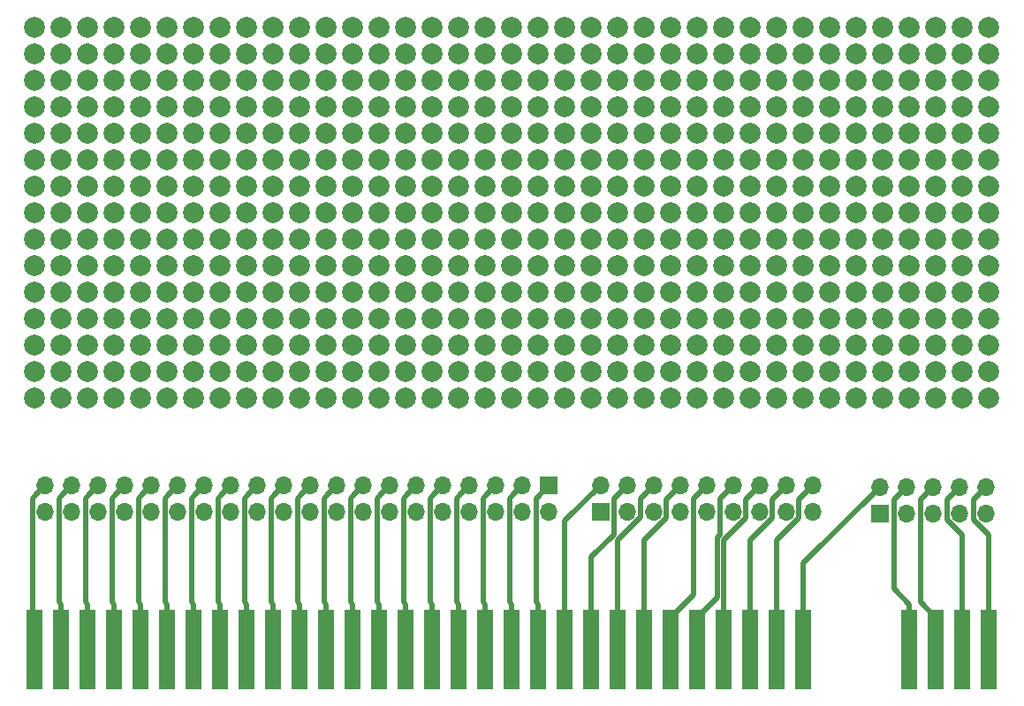
<source format=gbr>
G04 #@! TF.GenerationSoftware,KiCad,Pcbnew,(5.1.2)-1*
G04 #@! TF.CreationDate,2021-01-27T20:04:39+01:00*
G04 #@! TF.ProjectId,proto_simple,70726f74-6f5f-4736-996d-706c652e6b69,rev?*
G04 #@! TF.SameCoordinates,Original*
G04 #@! TF.FileFunction,Copper,L2,Bot*
G04 #@! TF.FilePolarity,Positive*
%FSLAX46Y46*%
G04 Gerber Fmt 4.6, Leading zero omitted, Abs format (unit mm)*
G04 Created by KiCad (PCBNEW (5.1.2)-1) date 2021-01-27 20:04:39*
%MOMM*%
%LPD*%
G04 APERTURE LIST*
%ADD10C,2.000000*%
%ADD11R,1.524000X7.620000*%
%ADD12O,1.700000X1.700000*%
%ADD13R,1.700000X1.700000*%
%ADD14C,0.500000*%
G04 APERTURE END LIST*
D10*
X93624400Y27965400D03*
X91084400Y27965400D03*
X80924400Y27965400D03*
X88544400Y27965400D03*
X86004400Y27965400D03*
X83464400Y27965400D03*
X83464400Y30505400D03*
X88544400Y30505400D03*
X93624400Y30505400D03*
X86004400Y30505400D03*
X91084400Y30505400D03*
X80924400Y30505400D03*
X86004400Y63525400D03*
X80924400Y63525400D03*
X93624400Y63525400D03*
X83464400Y63525400D03*
X88544400Y63525400D03*
X91084400Y63525400D03*
X93624400Y53365400D03*
X83464400Y58445400D03*
X88544400Y53365400D03*
X91084400Y58445400D03*
X88544400Y60985400D03*
X80924400Y53365400D03*
X91084400Y53365400D03*
X86004400Y53365400D03*
X83464400Y53365400D03*
X86004400Y58445400D03*
X93624400Y58445400D03*
X88544400Y58445400D03*
X93624400Y55905400D03*
X83464400Y55905400D03*
X88544400Y55905400D03*
X83464400Y60985400D03*
X86004400Y60985400D03*
X80924400Y60985400D03*
X80924400Y55905400D03*
X91084400Y60985400D03*
X93624400Y60985400D03*
X80924400Y58445400D03*
X91084400Y55905400D03*
X91084400Y43205400D03*
X88544400Y43205400D03*
X88544400Y50825400D03*
X93624400Y48285400D03*
X86004400Y55905400D03*
X80924400Y43205400D03*
X83464400Y43205400D03*
X86004400Y48285400D03*
X86004400Y43205400D03*
X83464400Y48285400D03*
X91084400Y48285400D03*
X93624400Y43205400D03*
X80924400Y48285400D03*
X86004400Y50825400D03*
X80924400Y45745400D03*
X93624400Y50825400D03*
X83464400Y45745400D03*
X80924400Y50825400D03*
X91084400Y50825400D03*
X91084400Y45745400D03*
X83464400Y50825400D03*
X88544400Y45745400D03*
X93624400Y45745400D03*
X88544400Y48285400D03*
X83464400Y38125400D03*
X86004400Y38125400D03*
X91084400Y38125400D03*
X80924400Y38125400D03*
X93624400Y40665400D03*
X93624400Y38125400D03*
X83464400Y40665400D03*
X91084400Y40665400D03*
X86004400Y40665400D03*
X88544400Y38125400D03*
X80924400Y40665400D03*
X88544400Y40665400D03*
X86004400Y45745400D03*
X80924400Y35585400D03*
X83464400Y35585400D03*
X88544400Y33045400D03*
X91084400Y35585400D03*
X93624400Y33045400D03*
X86004400Y33045400D03*
X83464400Y33045400D03*
X91084400Y33045400D03*
X86004400Y35585400D03*
X88544400Y35585400D03*
X80924400Y33045400D03*
X93624400Y35585400D03*
X55524400Y27965400D03*
X22504400Y27965400D03*
X9804400Y27965400D03*
X45364400Y27965400D03*
X37744400Y27965400D03*
X27584400Y27965400D03*
X75844400Y27965400D03*
X2184400Y27965400D03*
X52984400Y27965400D03*
X78384400Y27965400D03*
X14884400Y27965400D03*
X32664400Y27965400D03*
X17424400Y27965400D03*
X4724400Y27965400D03*
X70764400Y27965400D03*
X35204400Y27965400D03*
X40284400Y27965400D03*
X42824400Y27965400D03*
X65684400Y27965400D03*
X30124400Y27965400D03*
X7264400Y27965400D03*
X25044400Y27965400D03*
X47904400Y27965400D03*
X12344400Y27965400D03*
X58064400Y27965400D03*
X50444400Y27965400D03*
X19964400Y27965400D03*
X63144400Y27965400D03*
X68224400Y27965400D03*
X60604400Y27965400D03*
X73304400Y27965400D03*
X14884400Y30505400D03*
X25044400Y30505400D03*
X30124400Y30505400D03*
X35204400Y30505400D03*
X22504400Y30505400D03*
X4724400Y30505400D03*
X37744400Y30505400D03*
X7264400Y30505400D03*
X12344400Y30505400D03*
X55524400Y30505400D03*
X9804400Y30505400D03*
X2184400Y30505400D03*
X19964400Y30505400D03*
X32664400Y30505400D03*
X17424400Y30505400D03*
X27584400Y30505400D03*
X68224400Y30505400D03*
X60604400Y30505400D03*
X78384400Y30505400D03*
X47904400Y30505400D03*
X52984400Y30505400D03*
X50444400Y30505400D03*
X73304400Y30505400D03*
X70764400Y30505400D03*
X63144400Y30505400D03*
X42824400Y30505400D03*
X40284400Y30505400D03*
X45364400Y30505400D03*
X58064400Y30505400D03*
X75844400Y30505400D03*
X65684400Y30505400D03*
X47904400Y63525400D03*
X63144400Y63525400D03*
X40284400Y63525400D03*
X58064400Y63525400D03*
X60604400Y63525400D03*
X65684400Y63525400D03*
X45364400Y63525400D03*
X32664400Y63525400D03*
X42824400Y63525400D03*
X50444400Y63525400D03*
X75844400Y63525400D03*
X7264400Y63525400D03*
X17424400Y63525400D03*
X25044400Y63525400D03*
X78384400Y63525400D03*
X68224400Y63525400D03*
X14884400Y63525400D03*
X2184400Y63525400D03*
X52984400Y63525400D03*
X19964400Y63525400D03*
X55524400Y63525400D03*
X9804400Y63525400D03*
X73304400Y63525400D03*
X22504400Y63525400D03*
X37744400Y63525400D03*
X30124400Y63525400D03*
X12344400Y63525400D03*
X35204400Y63525400D03*
X27584400Y63525400D03*
X4724400Y63525400D03*
X70764400Y63525400D03*
X42824400Y53365400D03*
X45364400Y53365400D03*
X47904400Y53365400D03*
X75844400Y53365400D03*
X50444400Y53365400D03*
X7264400Y53365400D03*
X25044400Y53365400D03*
X63144400Y53365400D03*
X60604400Y53365400D03*
X65684400Y53365400D03*
X32664400Y53365400D03*
X40284400Y53365400D03*
X58064400Y53365400D03*
X17424400Y53365400D03*
X78384400Y53365400D03*
X68224400Y53365400D03*
X14884400Y53365400D03*
X2184400Y53365400D03*
X19964400Y53365400D03*
X52984400Y53365400D03*
X73304400Y53365400D03*
X22504400Y53365400D03*
X9804400Y53365400D03*
X30124400Y53365400D03*
X4724400Y53365400D03*
X35204400Y53365400D03*
X70764400Y53365400D03*
X37744400Y53365400D03*
X27584400Y53365400D03*
X12344400Y53365400D03*
X55524400Y53365400D03*
X17424400Y58445400D03*
X68224400Y58445400D03*
X25044400Y60985400D03*
X45364400Y58445400D03*
X7264400Y58445400D03*
X37744400Y58445400D03*
X22504400Y58445400D03*
X2184400Y60985400D03*
X65684400Y58445400D03*
X35204400Y58445400D03*
X60604400Y58445400D03*
X73304400Y58445400D03*
X58064400Y58445400D03*
X47904400Y58445400D03*
X75844400Y58445400D03*
X32664400Y58445400D03*
X2184400Y58445400D03*
X14884400Y60985400D03*
X70764400Y60985400D03*
X55524400Y60985400D03*
X9804400Y58445400D03*
X50444400Y58445400D03*
X63144400Y58445400D03*
X9804400Y60985400D03*
X25044400Y58445400D03*
X55524400Y58445400D03*
X27584400Y58445400D03*
X19964400Y58445400D03*
X52984400Y58445400D03*
X12344400Y58445400D03*
X47904400Y60985400D03*
X42824400Y58445400D03*
X4724400Y58445400D03*
X40284400Y58445400D03*
X14884400Y58445400D03*
X70764400Y58445400D03*
X78384400Y58445400D03*
X30124400Y58445400D03*
X30124400Y60985400D03*
X40284400Y60985400D03*
X4724400Y60985400D03*
X60604400Y60985400D03*
X65684400Y60985400D03*
X58064400Y60985400D03*
X52984400Y60985400D03*
X22504400Y60985400D03*
X50444400Y60985400D03*
X35204400Y60985400D03*
X73304400Y60985400D03*
X68224400Y60985400D03*
X78384400Y60985400D03*
X17424400Y60985400D03*
X42824400Y60985400D03*
X37744400Y60985400D03*
X19964400Y60985400D03*
X75844400Y60985400D03*
X7264400Y60985400D03*
X12344400Y60985400D03*
X63144400Y60985400D03*
X45364400Y60985400D03*
X27584400Y60985400D03*
X32664400Y60985400D03*
X2184400Y55905400D03*
X14884400Y55905400D03*
X9804400Y55905400D03*
X70764400Y55905400D03*
X55524400Y55905400D03*
X47904400Y55905400D03*
X25044400Y55905400D03*
X50444400Y55905400D03*
X78384400Y55905400D03*
X42824400Y55905400D03*
X22504400Y55905400D03*
X37744400Y55905400D03*
X30124400Y55905400D03*
X19964400Y55905400D03*
X75844400Y55905400D03*
X7264400Y55905400D03*
X63144400Y55905400D03*
X60604400Y55905400D03*
X65684400Y55905400D03*
X32664400Y55905400D03*
X52984400Y55905400D03*
X73304400Y55905400D03*
X4724400Y55905400D03*
X35204400Y55905400D03*
X27584400Y55905400D03*
X12344400Y55905400D03*
X58064400Y55905400D03*
X45364400Y55905400D03*
X40284400Y55905400D03*
X68224400Y55905400D03*
X17424400Y55905400D03*
X42824400Y43205400D03*
X45364400Y43205400D03*
X47904400Y43205400D03*
X75844400Y43205400D03*
X50444400Y43205400D03*
X7264400Y43205400D03*
X25044400Y43205400D03*
X63144400Y43205400D03*
X60604400Y43205400D03*
X65684400Y43205400D03*
X32664400Y43205400D03*
X40284400Y43205400D03*
X58064400Y43205400D03*
X17424400Y43205400D03*
X78384400Y43205400D03*
X68224400Y43205400D03*
X14884400Y43205400D03*
X2184400Y43205400D03*
X19964400Y43205400D03*
X52984400Y43205400D03*
X73304400Y43205400D03*
X22504400Y43205400D03*
X9804400Y43205400D03*
X30124400Y43205400D03*
X4724400Y43205400D03*
X35204400Y43205400D03*
X70764400Y43205400D03*
X37744400Y43205400D03*
X27584400Y43205400D03*
X12344400Y43205400D03*
X55524400Y43205400D03*
X17424400Y48285400D03*
X68224400Y48285400D03*
X25044400Y50825400D03*
X45364400Y48285400D03*
X7264400Y48285400D03*
X37744400Y48285400D03*
X22504400Y48285400D03*
X2184400Y50825400D03*
X65684400Y48285400D03*
X35204400Y48285400D03*
X60604400Y48285400D03*
X73304400Y48285400D03*
X58064400Y48285400D03*
X47904400Y48285400D03*
X75844400Y48285400D03*
X32664400Y48285400D03*
X2184400Y48285400D03*
X14884400Y50825400D03*
X70764400Y50825400D03*
X55524400Y50825400D03*
X9804400Y48285400D03*
X50444400Y48285400D03*
X63144400Y48285400D03*
X9804400Y50825400D03*
X25044400Y48285400D03*
X55524400Y48285400D03*
X27584400Y48285400D03*
X19964400Y48285400D03*
X52984400Y48285400D03*
X12344400Y48285400D03*
X47904400Y50825400D03*
X42824400Y48285400D03*
X4724400Y48285400D03*
X40284400Y48285400D03*
X14884400Y48285400D03*
X70764400Y48285400D03*
X78384400Y48285400D03*
X30124400Y48285400D03*
X30124400Y50825400D03*
X40284400Y50825400D03*
X4724400Y50825400D03*
X60604400Y50825400D03*
X65684400Y50825400D03*
X58064400Y50825400D03*
X52984400Y50825400D03*
X22504400Y50825400D03*
X50444400Y50825400D03*
X35204400Y50825400D03*
X73304400Y50825400D03*
X68224400Y50825400D03*
X78384400Y50825400D03*
X17424400Y50825400D03*
X42824400Y50825400D03*
X37744400Y50825400D03*
X19964400Y50825400D03*
X75844400Y50825400D03*
X7264400Y50825400D03*
X12344400Y50825400D03*
X63144400Y50825400D03*
X45364400Y50825400D03*
X27584400Y50825400D03*
X32664400Y50825400D03*
X2184400Y45745400D03*
X14884400Y45745400D03*
X9804400Y45745400D03*
X70764400Y45745400D03*
X55524400Y45745400D03*
X47904400Y45745400D03*
X25044400Y45745400D03*
X50444400Y45745400D03*
X78384400Y45745400D03*
X42824400Y45745400D03*
X22504400Y45745400D03*
X37744400Y45745400D03*
X30124400Y45745400D03*
X19964400Y45745400D03*
X75844400Y45745400D03*
X7264400Y45745400D03*
X63144400Y45745400D03*
X60604400Y45745400D03*
X65684400Y45745400D03*
X32664400Y45745400D03*
X52984400Y45745400D03*
X73304400Y45745400D03*
X4724400Y45745400D03*
X35204400Y45745400D03*
X27584400Y45745400D03*
X12344400Y45745400D03*
X58064400Y45745400D03*
X45364400Y45745400D03*
X40284400Y45745400D03*
X68224400Y45745400D03*
X17424400Y45745400D03*
X42824400Y38125400D03*
X45364400Y38125400D03*
X47904400Y38125400D03*
X75844400Y38125400D03*
X50444400Y38125400D03*
X7264400Y38125400D03*
X25044400Y38125400D03*
X63144400Y38125400D03*
X60604400Y38125400D03*
X65684400Y38125400D03*
X32664400Y38125400D03*
X40284400Y38125400D03*
X58064400Y38125400D03*
X17424400Y38125400D03*
X78384400Y38125400D03*
X68224400Y38125400D03*
X14884400Y38125400D03*
X2184400Y38125400D03*
X19964400Y38125400D03*
X52984400Y38125400D03*
X73304400Y38125400D03*
X22504400Y38125400D03*
X9804400Y38125400D03*
X30124400Y38125400D03*
X4724400Y38125400D03*
X35204400Y38125400D03*
X70764400Y38125400D03*
X37744400Y38125400D03*
X27584400Y38125400D03*
X12344400Y38125400D03*
X55524400Y38125400D03*
X2184400Y40665400D03*
X14884400Y40665400D03*
X9804400Y40665400D03*
X70764400Y40665400D03*
X55524400Y40665400D03*
X47904400Y40665400D03*
X25044400Y40665400D03*
X50444400Y40665400D03*
X78384400Y40665400D03*
X42824400Y40665400D03*
X22504400Y40665400D03*
X37744400Y40665400D03*
X30124400Y40665400D03*
X19964400Y40665400D03*
X75844400Y40665400D03*
X7264400Y40665400D03*
X63144400Y40665400D03*
X60604400Y40665400D03*
X65684400Y40665400D03*
X32664400Y40665400D03*
X52984400Y40665400D03*
X73304400Y40665400D03*
X4724400Y40665400D03*
X35204400Y40665400D03*
X27584400Y40665400D03*
X12344400Y40665400D03*
X58064400Y40665400D03*
X45364400Y40665400D03*
X40284400Y40665400D03*
X68224400Y40665400D03*
X17424400Y40665400D03*
X42824400Y35585400D03*
X45364400Y35585400D03*
X47904400Y35585400D03*
X75844400Y35585400D03*
X50444400Y35585400D03*
X7264400Y35585400D03*
X25044400Y35585400D03*
X63144400Y35585400D03*
X60604400Y35585400D03*
X65684400Y35585400D03*
X32664400Y35585400D03*
X40284400Y35585400D03*
X58064400Y35585400D03*
X17424400Y35585400D03*
X78384400Y35585400D03*
X68224400Y35585400D03*
X14884400Y35585400D03*
X2184400Y35585400D03*
X19964400Y35585400D03*
X52984400Y35585400D03*
X73304400Y35585400D03*
X22504400Y35585400D03*
X9804400Y35585400D03*
X30124400Y35585400D03*
X4724400Y35585400D03*
X35204400Y35585400D03*
X70764400Y35585400D03*
X37744400Y35585400D03*
X27584400Y35585400D03*
X12344400Y35585400D03*
X55524400Y35585400D03*
X2184400Y33045400D03*
X4724400Y33045400D03*
X7264400Y33045400D03*
X35204400Y33045400D03*
X9804400Y33045400D03*
X22504400Y33045400D03*
X19964400Y33045400D03*
X25044400Y33045400D03*
X17424400Y33045400D03*
X37744400Y33045400D03*
X27584400Y33045400D03*
X12344400Y33045400D03*
X32664400Y33045400D03*
X30124400Y33045400D03*
X14884400Y33045400D03*
X55524400Y33045400D03*
X42824400Y33045400D03*
X40284400Y33045400D03*
X45364400Y33045400D03*
X58064400Y33045400D03*
X47904400Y33045400D03*
X52984400Y33045400D03*
X50444400Y33045400D03*
X65684400Y33045400D03*
X68224400Y33045400D03*
X63144400Y33045400D03*
X60604400Y33045400D03*
X70764400Y33045400D03*
X73304400Y33045400D03*
X75844400Y33045400D03*
X78384400Y33045400D03*
D11*
X50444400Y3835400D03*
X47904400Y3835400D03*
X45364400Y3835400D03*
X42824400Y3835400D03*
X40284400Y3835400D03*
X35204400Y3835400D03*
X32664400Y3835400D03*
X37744400Y3835400D03*
X30124400Y3835400D03*
X14884400Y3835400D03*
X25044400Y3835400D03*
X22504400Y3835400D03*
X17424400Y3835400D03*
X27584400Y3835400D03*
X12344400Y3835400D03*
X19964400Y3835400D03*
X9804400Y3835400D03*
X63144400Y3835400D03*
X60604400Y3835400D03*
X4724400Y3835400D03*
X2184400Y3835400D03*
X58064400Y3835400D03*
X55524400Y3835400D03*
X93624400Y3835400D03*
X52984400Y3835400D03*
X7264400Y3835400D03*
X91084400Y3835400D03*
X86004400Y3835400D03*
X65684400Y3835400D03*
X88544400Y3835400D03*
X73304400Y3835400D03*
X68224400Y3835400D03*
X70764400Y3835400D03*
X75844400Y3835400D03*
D12*
X3175000Y17018000D03*
X3175000Y19558000D03*
X5715000Y17018000D03*
X5715000Y19558000D03*
X8255000Y17018000D03*
X8255000Y19558000D03*
X10795000Y17018000D03*
X10795000Y19558000D03*
X13335000Y17018000D03*
X13335000Y19558000D03*
X15875000Y17018000D03*
X15875000Y19558000D03*
X18415000Y17018000D03*
X18415000Y19558000D03*
X20955000Y17018000D03*
X20955000Y19558000D03*
X23495000Y17018000D03*
X23495000Y19558000D03*
X26035000Y17018000D03*
X26035000Y19558000D03*
X28575000Y17018000D03*
X28575000Y19558000D03*
X31115000Y17018000D03*
X31115000Y19558000D03*
X33655000Y17018000D03*
X33655000Y19558000D03*
X36195000Y17018000D03*
X36195000Y19558000D03*
X38735000Y17018000D03*
X38735000Y19558000D03*
X41275000Y17018000D03*
X41275000Y19558000D03*
X43815000Y17018000D03*
X43815000Y19558000D03*
X46355000Y17018000D03*
X46355000Y19558000D03*
X48895000Y17018000D03*
X48895000Y19558000D03*
X51435000Y17018000D03*
D13*
X51435000Y19558000D03*
D12*
X76708000Y19558000D03*
X76708000Y17018000D03*
X74168000Y19558000D03*
X74168000Y17018000D03*
X71628000Y19558000D03*
X71628000Y17018000D03*
X69088000Y19558000D03*
X69088000Y17018000D03*
X66548000Y19558000D03*
X66548000Y17018000D03*
X64008000Y19558000D03*
X64008000Y17018000D03*
X61468000Y19558000D03*
X61468000Y17018000D03*
X58928000Y19558000D03*
X58928000Y17018000D03*
X56388000Y19558000D03*
D13*
X56388000Y17018000D03*
D12*
X93345000Y19431000D03*
X93345000Y16891000D03*
X90805000Y19431000D03*
X90805000Y16891000D03*
X88265000Y19431000D03*
X88265000Y16891000D03*
X85725000Y19431000D03*
X85725000Y16891000D03*
X83185000Y19431000D03*
D13*
X83185000Y16891000D03*
D14*
X48045001Y18708001D02*
X48895000Y19558000D01*
X47667999Y18330999D02*
X48045001Y18708001D01*
X47667999Y8381801D02*
X47667999Y18330999D01*
X47904400Y8145400D02*
X47667999Y8381801D01*
X47904400Y3835400D02*
X47904400Y8145400D01*
X50207999Y18330999D02*
X51435000Y19558000D01*
X50207999Y8381801D02*
X50207999Y18330999D01*
X50444400Y8145400D02*
X50207999Y8381801D01*
X50444400Y3835400D02*
X50444400Y8145400D01*
X52984400Y16154400D02*
X56388000Y19558000D01*
X52984400Y3835400D02*
X52984400Y16154400D01*
X57700999Y18330999D02*
X58078001Y18708001D01*
X58078001Y18708001D02*
X58928000Y19558000D01*
X57700999Y14861764D02*
X57700999Y18330999D01*
X55524400Y12685165D02*
X57700999Y14861764D01*
X55524400Y3835400D02*
X55524400Y12685165D01*
X2325001Y18708001D02*
X3175000Y19558000D01*
X1947999Y18330999D02*
X2325001Y18708001D01*
X1947999Y7119801D02*
X1947999Y18330999D01*
X2184400Y6883400D02*
X1947999Y7119801D01*
X2184400Y3835400D02*
X2184400Y6883400D01*
X4865001Y18708001D02*
X5715000Y19558000D01*
X4487999Y18330999D02*
X4865001Y18708001D01*
X4487999Y8381801D02*
X4487999Y18330999D01*
X4724400Y8145400D02*
X4487999Y8381801D01*
X4724400Y3835400D02*
X4724400Y8145400D01*
X7405001Y18708001D02*
X8255000Y19558000D01*
X7027999Y18330999D02*
X7405001Y18708001D01*
X7027999Y8381801D02*
X7027999Y18330999D01*
X7264400Y8145400D02*
X7027999Y8381801D01*
X7264400Y3835400D02*
X7264400Y8145400D01*
X9945001Y18708001D02*
X10795000Y19558000D01*
X9567999Y18330999D02*
X9945001Y18708001D01*
X9567999Y8381801D02*
X9567999Y18330999D01*
X9804400Y8145400D02*
X9567999Y8381801D01*
X9804400Y3835400D02*
X9804400Y8145400D01*
X12485001Y18708001D02*
X13335000Y19558000D01*
X12107999Y18330999D02*
X12485001Y18708001D01*
X12107999Y8381801D02*
X12107999Y18330999D01*
X12344400Y8145400D02*
X12107999Y8381801D01*
X12344400Y3835400D02*
X12344400Y8145400D01*
X15025001Y18708001D02*
X15875000Y19558000D01*
X14647999Y18330999D02*
X15025001Y18708001D01*
X14647999Y8381801D02*
X14647999Y18330999D01*
X14884400Y8145400D02*
X14647999Y8381801D01*
X14884400Y3835400D02*
X14884400Y8145400D01*
X17565001Y18708001D02*
X18415000Y19558000D01*
X17187999Y18330999D02*
X17565001Y18708001D01*
X17187999Y8381801D02*
X17187999Y18330999D01*
X17424400Y8145400D02*
X17187999Y8381801D01*
X17424400Y3835400D02*
X17424400Y8145400D01*
X20105001Y18708001D02*
X20955000Y19558000D01*
X19727999Y18330999D02*
X20105001Y18708001D01*
X19727999Y8381801D02*
X19727999Y18330999D01*
X19964400Y8145400D02*
X19727999Y8381801D01*
X19964400Y3835400D02*
X19964400Y8145400D01*
X22645001Y18708001D02*
X23495000Y19558000D01*
X22267999Y18330999D02*
X22645001Y18708001D01*
X22267999Y8381801D02*
X22267999Y18330999D01*
X22504400Y8145400D02*
X22267999Y8381801D01*
X22504400Y3835400D02*
X22504400Y8145400D01*
X25185001Y18708001D02*
X26035000Y19558000D01*
X24807999Y18330999D02*
X25185001Y18708001D01*
X24807999Y8381801D02*
X24807999Y18330999D01*
X25044400Y8145400D02*
X24807999Y8381801D01*
X25044400Y3835400D02*
X25044400Y8145400D01*
X27725001Y18708001D02*
X28575000Y19558000D01*
X27347999Y18330999D02*
X27725001Y18708001D01*
X27347999Y8381801D02*
X27347999Y18330999D01*
X27584400Y8145400D02*
X27347999Y8381801D01*
X27584400Y3835400D02*
X27584400Y8145400D01*
X30265001Y18708001D02*
X31115000Y19558000D01*
X29887999Y18330999D02*
X30265001Y18708001D01*
X29887999Y8381801D02*
X29887999Y18330999D01*
X30124400Y8145400D02*
X29887999Y8381801D01*
X30124400Y3835400D02*
X30124400Y8145400D01*
X32805001Y18708001D02*
X33655000Y19558000D01*
X32427999Y18330999D02*
X32805001Y18708001D01*
X32427999Y8381801D02*
X32427999Y18330999D01*
X32664400Y8145400D02*
X32427999Y8381801D01*
X32664400Y3835400D02*
X32664400Y8145400D01*
X35345001Y18708001D02*
X36195000Y19558000D01*
X34967999Y18330999D02*
X35345001Y18708001D01*
X34967999Y8381801D02*
X34967999Y18330999D01*
X35204400Y8145400D02*
X34967999Y8381801D01*
X35204400Y3835400D02*
X35204400Y8145400D01*
X37885001Y18708001D02*
X38735000Y19558000D01*
X37507999Y18330999D02*
X37885001Y18708001D01*
X37507999Y8381801D02*
X37507999Y18330999D01*
X37744400Y8145400D02*
X37507999Y8381801D01*
X37744400Y3835400D02*
X37744400Y8145400D01*
X40425001Y18708001D02*
X41275000Y19558000D01*
X40047999Y18330999D02*
X40425001Y18708001D01*
X40047999Y8381801D02*
X40047999Y18330999D01*
X40284400Y8145400D02*
X40047999Y8381801D01*
X40284400Y3835400D02*
X40284400Y8145400D01*
X42965001Y18708001D02*
X43815000Y19558000D01*
X42587999Y18330999D02*
X42965001Y18708001D01*
X42587999Y8381801D02*
X42587999Y18330999D01*
X42824400Y8145400D02*
X42587999Y8381801D01*
X42824400Y3835400D02*
X42824400Y8145400D01*
X45505001Y18708001D02*
X46355000Y19558000D01*
X45127999Y18330999D02*
X45505001Y18708001D01*
X45127999Y8381801D02*
X45127999Y18330999D01*
X45364400Y8145400D02*
X45127999Y8381801D01*
X45364400Y3835400D02*
X45364400Y8145400D01*
X75858001Y18708001D02*
X76708000Y19558000D01*
X75395001Y18245001D02*
X75858001Y18708001D01*
X75395001Y16429039D02*
X75395001Y18245001D01*
X73304400Y14338438D02*
X75395001Y16429039D01*
X73304400Y3835400D02*
X73304400Y14338438D01*
X73318001Y18708001D02*
X74168000Y19558000D01*
X72855001Y18245001D02*
X73318001Y18708001D01*
X72855001Y16429039D02*
X72855001Y18245001D01*
X70764400Y14338438D02*
X72855001Y16429039D01*
X70764400Y3835400D02*
X70764400Y14338438D01*
X70778001Y18708001D02*
X71628000Y19558000D01*
X70315001Y18245001D02*
X70778001Y18708001D01*
X68224400Y14338438D02*
X70315001Y16429039D01*
X68224400Y3835400D02*
X68224400Y14338438D01*
X70315001Y16429039D02*
X70315001Y18245001D01*
X65684400Y3835400D02*
X65684400Y6883400D01*
X67860999Y14861764D02*
X67860999Y18330999D01*
X67860999Y18330999D02*
X68238001Y18708001D01*
X67597389Y14598154D02*
X67860999Y14861764D01*
X68238001Y18708001D02*
X69088000Y19558000D01*
X67597389Y8796389D02*
X67597389Y14598154D01*
X65684400Y6883400D02*
X67597389Y8796389D01*
X65698001Y18708001D02*
X66548000Y19558000D01*
X65320999Y18330999D02*
X65698001Y18708001D01*
X65320999Y9059999D02*
X65320999Y18330999D01*
X63144400Y6883400D02*
X65320999Y9059999D01*
X63144400Y3835400D02*
X63144400Y6883400D01*
X63158001Y18708001D02*
X64008000Y19558000D01*
X62695001Y18245001D02*
X63158001Y18708001D01*
X62695001Y16429039D02*
X62695001Y18245001D01*
X60604400Y14338438D02*
X62695001Y16429039D01*
X60604400Y3835400D02*
X60604400Y14338438D01*
X58064400Y14338438D02*
X60240999Y16515037D01*
X58064400Y3835400D02*
X58064400Y14338438D01*
X60618001Y18708001D02*
X61468000Y19558000D01*
X60240999Y18330999D02*
X60618001Y18708001D01*
X60240999Y16515037D02*
X60240999Y18330999D01*
X92495001Y18581001D02*
X93345000Y19431000D01*
X92117999Y18203999D02*
X92495001Y18581001D01*
X92117999Y16302039D02*
X92117999Y18203999D01*
X93624400Y14795638D02*
X92117999Y16302039D01*
X93624400Y3835400D02*
X93624400Y14795638D01*
X89955001Y18581001D02*
X90805000Y19431000D01*
X89577999Y18203999D02*
X89955001Y18581001D01*
X89577999Y16302039D02*
X89577999Y18203999D01*
X91084400Y14795638D02*
X89577999Y16302039D01*
X91084400Y3835400D02*
X91084400Y14795638D01*
X87415001Y18581001D02*
X88265000Y19431000D01*
X87037999Y18203999D02*
X87415001Y18581001D01*
X87037999Y8389801D02*
X87037999Y18203999D01*
X88544400Y6883400D02*
X87037999Y8389801D01*
X88544400Y3835400D02*
X88544400Y6883400D01*
X84875001Y18581001D02*
X85725000Y19431000D01*
X84497999Y18203999D02*
X84875001Y18581001D01*
X84497999Y9651801D02*
X84497999Y18203999D01*
X86004400Y8145400D02*
X84497999Y9651801D01*
X86004400Y3835400D02*
X86004400Y8145400D01*
X75844400Y12090400D02*
X83185000Y19431000D01*
X75844400Y3835400D02*
X75844400Y12090400D01*
M02*

</source>
